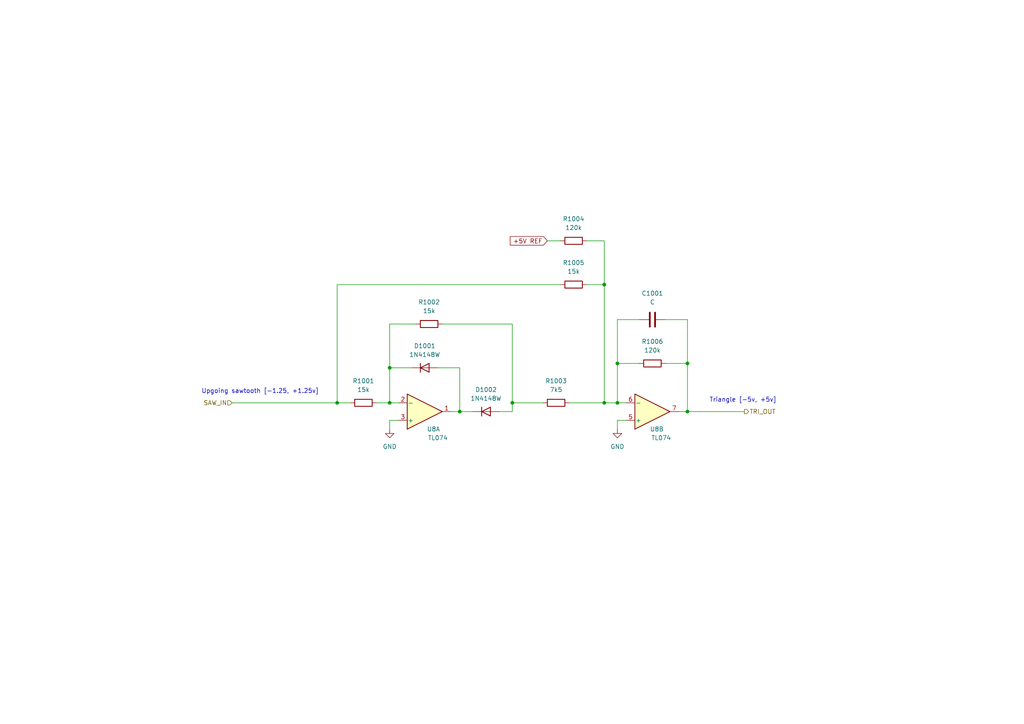
<source format=kicad_sch>
(kicad_sch (version 20211123) (generator eeschema)
  (paper "A4")
  (title_block (title "Josh Ox Ribon Synth Main VCO board") (date "2022-06-18") (rev "0") (comment 2 "creativecommons.org/licences/by/4.0") (comment 3 "license: CC by 4.0") (comment 4 "Author: Jordan Acete"))
  (lib_symbols
    (symbol "Amplifier_Operational:TL074" (pin_names (offset 0.127))
      (property "Reference" "U" (at 0 5.08 0))
      (property "Value" "TL074" (at 0 -5.08 0))
      (symbol "TL074_1_1"
        (polyline (pts (xy -5.08 5.08) (xy 5.08 0) (xy -5.08 -5.08) (xy -5.08 5.08)) (stroke (width 0.254)) (fill (type background)))
        (pin output line (at 7.62 0 180) (length 2.54) (name "~") (number "1"))
        (pin input line (at -7.62 -2.54 0) (length 2.54) (name "-") (number "2"))
        (pin input line (at -7.62 2.54 0) (length 2.54) (name "+") (number "3"))
      )
      (symbol "TL074_2_1"
        (polyline (pts (xy -5.08 5.08) (xy 5.08 0) (xy -5.08 -5.08) (xy -5.08 5.08)) (stroke (width 0.254)) (fill (type background)))
        (pin input line (at -7.62 2.54 0) (length 2.54) (name "+") (number "5"))
        (pin input line (at -7.62 -2.54 0) (length 2.54) (name "-") (number "6"))
        (pin output line (at 7.62 0 180) (length 2.54) (name "~") (number "7"))
      )
      (symbol "TL074_3_1"
        (polyline (pts (xy -5.08 5.08) (xy 5.08 0) (xy -5.08 -5.08) (xy -5.08 5.08)) (stroke (width 0.254)) (fill (type background)))
        (pin input line (at -7.62 2.54 0) (length 2.54) (name "+") (number "10"))
        (pin output line (at 7.62 0 180) (length 2.54) (name "~") (number "8"))
        (pin input line (at -7.62 -2.54 0) (length 2.54) (name "-") (number "9"))
      )
      (symbol "TL074_4_1"
        (polyline (pts (xy -5.08 5.08) (xy 5.08 0) (xy -5.08 -5.08) (xy -5.08 5.08)) (stroke (width 0.254)) (fill (type background)))
        (pin input line (at -7.62 2.54 0) (length 2.54) (name "+") (number "12"))
        (pin input line (at -7.62 -2.54 0) (length 2.54) (name "-") (number "13"))
        (pin output line (at 7.62 0 180) (length 2.54) (name "~") (number "14"))
      )
      (symbol "TL074_5_1"
        (pin power_in line (at -2.54 -7.62 90) (length 3.81) (name "V-") (number "11"))
        (pin power_in line (at -2.54 7.62 270) (length 3.81) (name "V+") (number "4"))
      )
    )
    (symbol "Device:C" (pin_numbers hide) (pin_names (offset 0.254))
      (property "Reference" "C" (at 0.635 2.54 0))
      (property "Value" "C" (at 0.635 -2.54 0))
      (symbol "C_0_1"
        (polyline (pts (xy -2.032 -0.762) (xy 2.032 -0.762)) (stroke (width 0.508)))
        (polyline (pts (xy -2.032 0.762) (xy 2.032 0.762)) (stroke (width 0.508)))
      )
      (symbol "C_1_1"
        (pin passive line (at 0 3.81 270) (length 2.794) (name "~") (number "1"))
        (pin passive line (at 0 -3.81 90) (length 2.794) (name "~") (number "2"))
      )
    )
    (symbol "Device:R" (pin_numbers hide) (pin_names (offset 0))
      (property "Reference" "R" (at 2.032 0 90))
      (property "Value" "R" (at 0 0 90))
      (symbol "R_0_1"
        (rectangle (start -1.016 -2.54) (end 1.016 2.54) (stroke (width 0.254)))
      )
      (symbol "R_1_1"
        (pin passive line (at 0 3.81 270) (length 1.27) (name "~") (number "1"))
        (pin passive line (at 0 -3.81 90) (length 1.27) (name "~") (number "2"))
      )
    )
    (symbol "Diode:1N4148W" (pin_numbers hide) (pin_names (offset 1.016) hide)
      (property "Reference" "D" (at 0 2.54 0))
      (property "Value" "1N4148W" (at 0 -2.54 0))
      (symbol "1N4148W_0_1"
        (polyline (pts (xy -1.27 1.27) (xy -1.27 -1.27)) (stroke (width 0.254)))
        (polyline (pts (xy 1.27 0) (xy -1.27 0)))
        (polyline (pts (xy 1.27 1.27) (xy 1.27 -1.27) (xy -1.27 0) (xy 1.27 1.27)) (stroke (width 0.254)))
      )
      (symbol "1N4148W_1_1"
        (pin passive line (at -3.81 0 0) (length 2.54) (name "K") (number "1"))
        (pin passive line (at 3.81 0 180) (length 2.54) (name "A") (number "2"))
      )
    )
    (symbol "power:GND" (power) (pin_names (offset 0))
      (property "Value" "GND" (at 0 -3.81 0))
      (symbol "GND_0_1"
        (polyline (pts (xy 0 0) (xy 0 -1.27) (xy 1.27 -1.27) (xy 0 -2.54) (xy -1.27 -1.27) (xy 0 -1.27)))
      )
      (symbol "GND_1_1"
        (pin power_in line (at 0 0 270) (length 0) hide (name "GND") (number "1"))
      )
    )
  )
  (junction (at 179.07 105.41))
  (junction (at 175.26 116.84))
  (junction (at 97.79 116.84))
  (junction (at 199.39 119.38))
  (junction (at 113.03 106.68))
  (junction (at 113.03 116.84))
  (junction (at 179.07 116.84))
  (junction (at 175.26 82.55))
  (junction (at 199.39 105.41))
  (junction (at 133.35 119.38))
  (junction (at 148.59 116.84))
  (wire (pts (xy 113.03 124.46) (xy 113.03 121.92)))
  (wire (pts (xy 148.59 93.98) (xy 148.59 116.84)))
  (wire (pts (xy 113.03 116.84) (xy 113.03 106.68)))
  (wire (pts (xy 199.39 119.38) (xy 199.39 105.41)))
  (wire (pts (xy 175.26 82.55) (xy 175.26 116.84)))
  (wire (pts (xy 113.03 93.98) (xy 113.03 106.68)))
  (wire (pts (xy 179.07 116.84) (xy 181.61 116.84)))
  (wire (pts (xy 113.03 106.68) (xy 119.38 106.68)))
  (wire (pts (xy 175.26 69.85) (xy 175.26 82.55)))
  (wire (pts (xy 170.18 69.85) (xy 175.26 69.85)))
  (wire (pts (xy 133.35 119.38) (xy 137.16 119.38)))
  (wire (pts (xy 115.57 116.84) (xy 113.03 116.84)))
  (wire (pts (xy 144.78 119.38) (xy 148.59 119.38)))
  (wire (pts (xy 97.79 82.55) (xy 162.56 82.55)))
  (wire (pts (xy 185.42 105.41) (xy 179.07 105.41)))
  (wire (pts (xy 130.81 119.38) (xy 133.35 119.38)))
  (wire (pts (xy 113.03 121.92) (xy 115.57 121.92)))
  (wire (pts (xy 165.1 116.84) (xy 175.26 116.84)))
  (wire (pts (xy 179.07 92.71) (xy 179.07 105.41)))
  (wire (pts (xy 109.22 116.84) (xy 113.03 116.84)))
  (wire (pts (xy 97.79 116.84) (xy 97.79 82.55)))
  (wire (pts (xy 133.35 119.38) (xy 133.35 106.68)))
  (wire (pts (xy 179.07 121.92) (xy 181.61 121.92)))
  (wire (pts (xy 199.39 105.41) (xy 193.04 105.41)))
  (wire (pts (xy 196.85 119.38) (xy 199.39 119.38)))
  (wire (pts (xy 101.6 116.84) (xy 97.79 116.84)))
  (wire (pts (xy 120.65 93.98) (xy 113.03 93.98)))
  (wire (pts (xy 199.39 119.38) (xy 215.9 119.38)))
  (wire (pts (xy 175.26 116.84) (xy 179.07 116.84)))
  (wire (pts (xy 179.07 105.41) (xy 179.07 116.84)))
  (wire (pts (xy 148.59 93.98) (xy 128.27 93.98)))
  (wire (pts (xy 133.35 106.68) (xy 127 106.68)))
  (wire (pts (xy 193.04 92.71) (xy 199.39 92.71)))
  (wire (pts (xy 199.39 92.71) (xy 199.39 105.41)))
  (wire (pts (xy 67.31 116.84) (xy 97.79 116.84)))
  (wire (pts (xy 185.42 92.71) (xy 179.07 92.71)))
  (wire (pts (xy 170.18 82.55) (xy 175.26 82.55)))
  (wire (pts (xy 179.07 124.46) (xy 179.07 121.92)))
  (wire (pts (xy 158.75 69.85) (xy 162.56 69.85)))
  (wire (pts (xy 148.59 116.84) (xy 157.48 116.84)))
  (wire (pts (xy 148.59 116.84) (xy 148.59 119.38)))
  (text "Triangle [-5v, +5v]" (at 205.74 116.84 0) (effects (font (size 1.27 1.27)) (justify left bottom)))
  (text "Upgoing sawtooth [-1.25, +1.25v]" (at 58.42 114.3 0) (effects (font (size 1.27 1.27)) (justify left bottom)))
  (global_label "+5V REF" (shape input) (at 158.75 69.85 180) (property "Intersheet References" "${INTERSHEET_REFS}" (effects hide)))
  (hierarchical_label "SAW_IN" (shape input) (at 67.31 116.84 180))
  (hierarchical_label "TRI_OUT" (shape output) (at 215.9 119.38 0))
  (symbol (lib_id "Device:C") (at 189.23 92.71 90) (unit 1)
    (property "Reference" "C1001" (at 189.23 85.09 90))
    (property "Value" "C" (at 189.23 87.63 90))
  )
  (symbol (lib_id "Amplifier_Operational:TL074") (at 123.19 119.38 0) (mirror x) (unit 1)
    (property "Reference" "U8" (at 125.73 124.46 0))
    (property "Value" "TL074" (at 127 127 0))
    (property "Datasheet" "http://www.ti.com/lit/ds/symlink/tl071.pdf" (effects hide))
  )
  (symbol (lib_id "Device:R") (at 124.46 93.98 270) (unit 1)
    (property "Reference" "R1002" (at 124.46 87.63 90))
    (property "Value" "15k" (at 124.46 90.17 90))
  )
  (symbol (lib_id "Device:R") (at 105.41 116.84 270) (unit 1)
    (property "Reference" "R1001" (at 105.41 110.49 90))
    (property "Value" "15k" (at 105.41 113.03 90))
  )
  (symbol (lib_id "Device:R") (at 166.37 82.55 270) (unit 1)
    (property "Reference" "R1005" (at 166.37 76.2 90))
    (property "Value" "15k" (at 166.37 78.74 90))
  )
  (symbol (lib_id "Device:R") (at 161.29 116.84 270) (unit 1)
    (property "Reference" "R1003" (at 161.29 110.49 90))
    (property "Value" "7k5" (at 161.29 113.03 90))
  )
  (symbol (lib_id "Amplifier_Operational:TL074") (at 189.23 119.38 0) (mirror x) (unit 2)
    (property "Reference" "U8" (at 190.5 124.46 0))
    (property "Value" "TL074" (at 191.77 127 0))
    (property "Datasheet" "http://www.ti.com/lit/ds/symlink/tl071.pdf" (effects hide))
  )
  (symbol (lib_id "Diode:1N4148W") (at 140.97 119.38 0) (unit 1)
    (property "Reference" "D1002" (at 140.97 113.03 0))
    (property "Value" "1N4148W" (at 140.97 115.57 0))
    (property "Footprint" "Diode_SMD:D_SOD-123" (effects hide))
    (property "Datasheet" "https://www.vishay.com/docs/85748/1n4148w.pdf" (effects hide))
  )
  (symbol (lib_id "power:GND") (at 179.07 124.46 0) (unit 1)
    (property "Reference" "#PWR01003" (effects hide))
    (property "Value" "GND" (at 179.07 129.54 0))
  )
  (symbol (lib_id "Diode:1N4148W") (at 123.19 106.68 0) (unit 1)
    (property "Reference" "D1001" (at 123.19 100.33 0))
    (property "Value" "1N4148W" (at 123.19 102.87 0))
    (property "Footprint" "Diode_SMD:D_SOD-123" (effects hide))
    (property "Datasheet" "https://www.vishay.com/docs/85748/1n4148w.pdf" (effects hide))
  )
  (symbol (lib_id "power:GND") (at 113.03 124.46 0) (unit 1)
    (property "Reference" "#PWR01001" (effects hide))
    (property "Value" "GND" (at 113.03 129.54 0))
  )
  (symbol (lib_id "Device:R") (at 166.37 69.85 270) (unit 1)
    (property "Reference" "R1004" (at 166.37 63.5 90))
    (property "Value" "120k" (at 166.37 66.04 90))
  )
  (symbol (lib_id "Device:R") (at 189.23 105.41 270) (unit 1)
    (property "Reference" "R1006" (at 189.23 99.06 90))
    (property "Value" "120k" (at 189.23 101.6 90))
  )
)
</source>
